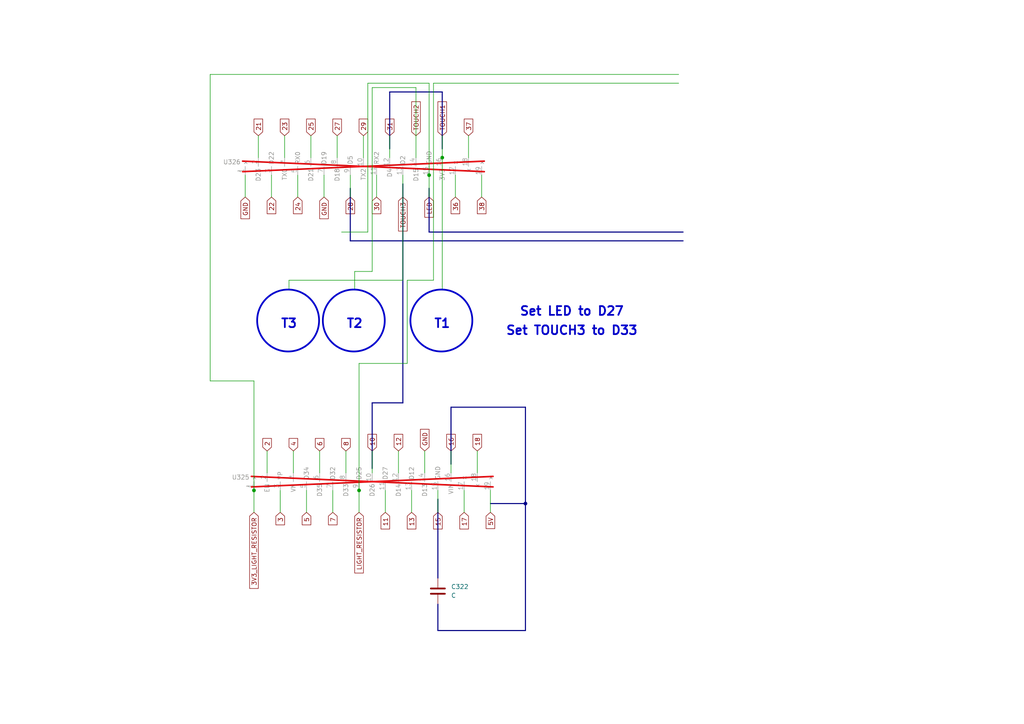
<source format=kicad_sch>
(kicad_sch (version 20250114) (generator "eeschema") (generator_version "9.0")
  (paper "A4")
  (lib_symbols
    (symbol "Device:C" (pin_numbers (hide yes)) (pin_names (offset 0.254))
      (property "Reference" "C" (at 0.635 2.54 0))
      (property "Value" "C" (at 0.635 -2.54 0))
      (symbol "C_0_1"
        (polyline (pts (xy -2.032 0.762) (xy 2.032 0.762)) (stroke (width 0.508)))
        (polyline (pts (xy -2.032 -0.762) (xy 2.032 -0.762)) (stroke (width 0.508)))
      )
      (symbol "C_1_1"
        (pin passive line (at 0 3.81 270) (length 2.794) (name "~") (number "1"))
        (pin passive line (at 0 -3.81 90) (length 2.794) (name "~") (number "2"))
      )
    )
    (symbol "esp_new_con:esp_new_con_lower"
      (property "Reference" "U" (at 39.624 0 0))
      (symbol "esp_new_con_lower_1_1"
        (pin free line (at -33.02 -2.54 90) (length 2.54) (name "x") (number "1"))
        (pin free line (at -29.21 2.54 270) (length 2.54) (name "EN") (number "2"))
        (pin free line (at -25.4 -2.54 90) (length 2.54) (name "VP") (number "3"))
        (pin free line (at -21.59 2.54 270) (length 2.54) (name "VN") (number "4"))
        (pin free line (at -17.78 -2.54 90) (length 2.54) (name "D34") (number "5"))
        (pin free line (at -13.97 2.54 270) (length 2.54) (name "D35") (number "6"))
        (pin free line (at -10.16 -2.54 90) (length 2.54) (name "D32") (number "7"))
        (pin free line (at -6.35 2.54 270) (length 2.54) (name "D33") (number "8"))
        (pin free line (at -2.54 -2.54 90) (length 2.54) (name "D25") (number "9"))
        (pin free line (at 1.27 2.54 270) (length 2.54) (name "D26") (number "10"))
        (pin free line (at 5.08 -2.54 90) (length 2.54) (name "D27") (number "11"))
        (pin free line (at 8.89 2.54 270) (length 2.54) (name "D14") (number "12"))
        (pin free line (at 12.7 -2.54 90) (length 2.54) (name "D12") (number "13"))
        (pin free line (at 16.51 2.54 270) (length 2.54) (name "D13") (number "14"))
        (pin free line (at 20.32 -2.54 90) (length 2.54) (name "GND") (number "15"))
        (pin free line (at 24.13 2.54 270) (length 2.54) (name "VIN") (number "16"))
        (pin free line (at 27.94 -2.54 90) (length 2.54) (name "x") (number "17"))
        (pin free line (at 31.75 2.54 270) (length 2.54) (name "x") (number "18"))
        (pin free line (at 35.56 -2.54 90) (length 2.54) (name "x") (number "19"))
      )
    )
    (symbol "esp_new_con:esp_new_con_upper"
      (property "Reference" "U" (at 39.116 0 0))
      (symbol "esp_new_con_upper_1_1"
        (pin free line (at -33.02 -2.54 90) (length 2.54) (name "x") (number "1"))
        (pin free line (at -29.21 2.54 270) (length 2.54) (name "D23") (number "2"))
        (pin free line (at -25.4 -2.54 90) (length 2.54) (name "D22") (number "3"))
        (pin free line (at -21.59 2.54 270) (length 2.54) (name "TX0") (number "4"))
        (pin free line (at -17.78 -2.54 90) (length 2.54) (name "RX0") (number "5"))
        (pin free line (at -13.97 2.54 270) (length 2.54) (name "D21") (number "6"))
        (pin free line (at -10.16 -2.54 90) (length 2.54) (name "D19") (number "7"))
        (pin free line (at -6.35 2.54 270) (length 2.54) (name "D18") (number "8"))
        (pin free line (at -2.54 -2.54 90) (length 2.54) (name "D5") (number "9"))
        (pin free line (at 1.27 2.54 270) (length 2.54) (name "TX2") (number "10"))
        (pin free line (at 5.08 -2.54 90) (length 2.54) (name "RX2") (number "11"))
        (pin free line (at 8.89 2.54 270) (length 2.54) (name "D4") (number "12"))
        (pin free line (at 12.7 -2.54 90) (length 2.54) (name "D2") (number "13"))
        (pin free line (at 16.51 2.54 270) (length 2.54) (name "D15") (number "14"))
        (pin free line (at 20.32 -2.54 90) (length 2.54) (name "GND") (number "15"))
        (pin free line (at 24.13 2.54 270) (length 2.54) (name "3V3") (number "16"))
        (pin free line (at 27.94 -2.54 90) (length 2.54) (name "x") (number "17"))
        (pin free line (at 31.75 2.54 270) (length 2.54) (name "x") (number "18"))
        (pin free line (at 35.56 -2.54 90) (length 2.54) (name "x") (number "19"))
      )
    )
  )
  (circle (center 83.566 92.964) (radius 8.9803) (stroke (width 0.508)))
  (circle (center 128.016 92.964) (radius 8.9803) (stroke (width 0.508)))
  (circle (center 102.616 92.964) (radius 8.9803) (stroke (width 0.508)))
  (text "T2" (at 102.87 93.98 0) (effects (font (size 2.54 2.54) (thickness 0.508) (bold yes))))
  (text "T1" (at 128.27 93.98 0) (effects (font (size 2.54 2.54) (thickness 0.508) (bold yes))))
  (text "Set LED to D27\n" (at 165.862 90.424 0) (effects (font (size 2.54 2.54) (thickness 0.508) (bold yes))))
  (text "T3" (at 83.82 93.98 0) (effects (font (size 2.54 2.54) (thickness 0.508) (bold yes))))
  (text "Set TOUCH3 to D33\n" (at 165.862 96.012 0) (effects (font (size 2.54 2.54) (thickness 0.508) (bold yes))))
  (junction (at 128.27 45.72))
  (junction (at 104.14 142.24))
  (junction (at 73.66 142.24))
  (junction (at 152.4 146.05))
  (junction (at 124.46 50.8))
  (wire (pts (xy 71.12 57.15) (xy 71.12 50.8)))
  (bus (pts (xy 116.84 116.84) (xy 107.95 116.84)))
  (wire (pts (xy 116.84 50.8) (xy 116.84 81.28)))
  (wire (pts (xy 116.84 81.28) (xy 83.82 81.28)))
  (wire (pts (xy 138.43 130.81) (xy 138.43 137.16)))
  (wire (pts (xy 93.98 57.15) (xy 93.98 50.8)))
  (wire (pts (xy 73.66 110.49) (xy 73.66 142.24)))
  (wire (pts (xy 128.27 45.72) (xy 128.27 83.82)))
  (bus (pts (xy 127 144.78) (xy 127 167.64)))
  (wire (pts (xy 120.65 25.4) (xy 120.65 45.72)))
  (wire (pts (xy 92.71 130.81) (xy 92.71 137.16)))
  (bus (pts (xy 152.4 146.05) (xy 152.4 182.88)))
  (wire (pts (xy 99.06 67.31) (xy 106.68 67.31)))
  (wire (pts (xy 78.74 57.15) (xy 78.74 50.8)))
  (wire (pts (xy 120.65 25.4) (xy 107.95 25.4)))
  (bus (pts (xy 152.4 118.11) (xy 130.81 118.11)))
  (wire (pts (xy 107.95 25.4) (xy 107.95 78.74)))
  (wire (pts (xy 123.19 130.81) (xy 123.19 137.16)))
  (wire (pts (xy 142.24 148.59) (xy 142.24 142.24)))
  (wire (pts (xy 107.95 78.74) (xy 102.87 78.74)))
  (wire (pts (xy 101.6 57.15) (xy 101.6 50.8)))
  (wire (pts (xy 104.14 142.24) (xy 104.14 148.59)))
  (wire (pts (xy 73.66 110.49) (xy 60.96 110.49)))
  (bus (pts (xy 128.27 26.67) (xy 128.27 43.18)))
  (bus (pts (xy 124.46 67.31) (xy 198.12 67.31)))
  (bus (pts (xy 107.95 116.84) (xy 107.95 135.89)))
  (wire (pts (xy 132.08 50.8) (xy 132.08 57.15)))
  (bus (pts (xy 152.4 118.11) (xy 152.4 146.05)))
  (wire (pts (xy 60.96 110.49) (xy 60.96 21.59)))
  (wire (pts (xy 73.66 142.24) (xy 73.66 148.59)))
  (bus (pts (xy 127 175.26) (xy 127 182.88)))
  (wire (pts (xy 135.89 39.37) (xy 135.89 45.72)))
  (wire (pts (xy 127 148.59) (xy 127 142.24)))
  (wire (pts (xy 113.03 39.37) (xy 113.03 45.72)))
  (wire (pts (xy 109.22 57.15) (xy 109.22 50.8)))
  (wire (pts (xy 85.09 130.81) (xy 85.09 137.16)))
  (wire (pts (xy 118.11 81.28) (xy 125.73 81.28)))
  (wire (pts (xy 124.46 50.8) (xy 124.46 57.15)))
  (bus (pts (xy 124.46 54.61) (xy 124.46 67.31)))
  (bus (pts (xy 113.03 26.67) (xy 128.27 26.67)))
  (wire (pts (xy 81.28 148.59) (xy 81.28 142.24)))
  (wire (pts (xy 124.46 24.13) (xy 124.46 50.8)))
  (wire (pts (xy 102.87 78.74) (xy 102.87 83.82)))
  (wire (pts (xy 90.17 39.37) (xy 90.17 45.72)))
  (wire (pts (xy 125.73 24.13) (xy 196.85 24.13)))
  (wire (pts (xy 77.47 130.81) (xy 77.47 137.16)))
  (wire (pts (xy 107.95 130.81) (xy 107.95 137.16)))
  (wire (pts (xy 100.33 130.81) (xy 100.33 137.16)))
  (wire (pts (xy 106.68 24.13) (xy 106.68 67.31)))
  (wire (pts (xy 128.27 39.37) (xy 128.27 45.72)))
  (wire (pts (xy 97.79 39.37) (xy 97.79 45.72)))
  (wire (pts (xy 74.93 39.37) (xy 74.93 45.72)))
  (wire (pts (xy 130.81 130.81) (xy 130.81 137.16)))
  (wire (pts (xy 104.14 105.41) (xy 118.11 105.41)))
  (wire (pts (xy 125.73 81.28) (xy 125.73 24.13)))
  (wire (pts (xy 119.38 148.59) (xy 119.38 142.24)))
  (bus (pts (xy 101.6 69.85) (xy 198.12 69.85)))
  (bus (pts (xy 113.03 43.18) (xy 113.03 26.67)))
  (wire (pts (xy 115.57 130.81) (xy 115.57 137.16)))
  (wire (pts (xy 82.55 39.37) (xy 82.55 45.72)))
  (wire (pts (xy 104.14 105.41) (xy 104.14 142.24)))
  (wire (pts (xy 105.41 39.37) (xy 105.41 45.72)))
  (wire (pts (xy 118.11 105.41) (xy 118.11 81.28)))
  (bus (pts (xy 130.81 118.11) (xy 130.81 134.62)))
  (wire (pts (xy 60.96 21.59) (xy 196.85 21.59)))
  (wire (pts (xy 124.46 24.13) (xy 106.68 24.13)))
  (wire (pts (xy 96.52 148.59) (xy 96.52 142.24)))
  (wire (pts (xy 88.9 148.59) (xy 88.9 142.24)))
  (wire (pts (xy 83.82 81.28) (xy 83.82 83.82)))
  (bus (pts (xy 127 182.88) (xy 152.4 182.88)))
  (bus (pts (xy 116.84 53.34) (xy 116.84 116.84)))
  (wire (pts (xy 111.76 148.59) (xy 111.76 142.24)))
  (wire (pts (xy 86.36 57.15) (xy 86.36 50.8)))
  (bus (pts (xy 142.24 146.05) (xy 152.4 146.05)))
  (bus (pts (xy 101.6 54.61) (xy 101.6 69.85)))
  (wire (pts (xy 139.7 50.8) (xy 139.7 57.15)))
  (wire (pts (xy 134.62 148.59) (xy 134.62 142.24)))
  (global_label "11" (shape input) (at 111.76 148.59 270) (property "Intersheetrefs" "${INTERSHEET_REFS}" (effects (hide yes))))
  (global_label "5" (shape input) (at 88.9 148.59 270) (property "Intersheetrefs" "${INTERSHEET_REFS}" (effects (hide yes))))
  (global_label "38" (shape input) (at 139.7 57.15 270) (property "Intersheetrefs" "${INTERSHEET_REFS}" (effects (hide yes))))
  (global_label "28" (shape input) (at 101.6 57.15 270) (property "Intersheetrefs" "${INTERSHEET_REFS}" (effects (hide yes))))
  (global_label "22" (shape input) (at 78.74 57.15 270) (property "Intersheetrefs" "${INTERSHEET_REFS}" (effects (hide yes))))
  (global_label "37" (shape input) (at 135.89 39.37 90) (property "Intersheetrefs" "${INTERSHEET_REFS}" (effects (hide yes))))
  (global_label "3" (shape input) (at 81.28 148.59 270) (property "Intersheetrefs" "${INTERSHEET_REFS}" (effects (hide yes))))
  (global_label "24" (shape input) (at 86.36 57.15 270) (property "Intersheetrefs" "${INTERSHEET_REFS}" (effects (hide yes))))
  (global_label "13" (shape input) (at 119.38 148.59 270) (property "Intersheetrefs" "${INTERSHEET_REFS}" (effects (hide yes))))
  (global_label "15" (shape input) (at 127 148.59 270) (property "Intersheetrefs" "${INTERSHEET_REFS}" (effects (hide yes))))
  (global_label "6" (shape input) (at 92.71 130.81 90) (property "Intersheetrefs" "${INTERSHEET_REFS}" (effects (hide yes))))
  (global_label "18" (shape input) (at 138.43 130.81 90) (property "Intersheetrefs" "${INTERSHEET_REFS}" (effects (hide yes))))
  (global_label "LED" (shape input) (at 124.46 57.15 270) (property "Intersheetrefs" "${INTERSHEET_REFS}" (effects (hide yes))))
  (global_label "8" (shape input) (at 100.33 130.81 90) (property "Intersheetrefs" "${INTERSHEET_REFS}" (effects (hide yes))))
  (global_label "LIGHT_RESISTOR" (shape input) (at 104.14 148.59 270) (property "Intersheetrefs" "${INTERSHEET_REFS}" (effects (hide yes))))
  (global_label "2" (shape input) (at 77.47 130.81 90) (property "Intersheetrefs" "${INTERSHEET_REFS}" (effects (hide yes))))
  (global_label "3V3_LIGHT_RESISTOR" (shape input) (at 73.66 148.59 270) (property "Intersheetrefs" "${INTERSHEET_REFS}" (effects (hide yes))))
  (global_label "36" (shape input) (at 132.08 57.15 270) (property "Intersheetrefs" "${INTERSHEET_REFS}" (effects (hide yes))))
  (global_label "10" (shape input) (at 107.95 130.81 90) (property "Intersheetrefs" "${INTERSHEET_REFS}" (effects (hide yes))))
  (global_label "TOUCH3" (shape input) (at 116.84 57.15 270) (property "Intersheetrefs" "${INTERSHEET_REFS}" (effects (hide yes))))
  (global_label "12" (shape input) (at 115.57 130.81 90) (property "Intersheetrefs" "${INTERSHEET_REFS}" (effects (hide yes))))
  (global_label "4" (shape input) (at 85.09 130.81 90) (property "Intersheetrefs" "${INTERSHEET_REFS}" (effects (hide yes))))
  (global_label "21" (shape input) (at 74.93 39.37 90) (property "Intersheetrefs" "${INTERSHEET_REFS}" (effects (hide yes))))
  (global_label "5V" (shape input) (at 142.24 148.59 270) (property "Intersheetrefs" "${INTERSHEET_REFS}" (effects (hide yes))))
  (global_label "23" (shape input) (at 82.55 39.37 90) (property "Intersheetrefs" "${INTERSHEET_REFS}" (effects (hide yes))))
  (global_label "GND" (shape input) (at 123.19 130.81 90) (property "Intersheetrefs" "${INTERSHEET_REFS}" (effects (hide yes))))
  (global_label "27" (shape input) (at 97.79 39.37 90) (property "Intersheetrefs" "${INTERSHEET_REFS}" (effects (hide yes))))
  (global_label "TOUCH2" (shape input) (at 120.65 39.37 90) (property "Intersheetrefs" "${INTERSHEET_REFS}" (effects (hide yes))))
  (global_label "GND" (shape input) (at 71.12 57.15 270) (property "Intersheetrefs" "${INTERSHEET_REFS}" (effects (hide yes))))
  (global_label "GND" (shape input) (at 93.98 57.15 270) (property "Intersheetrefs" "${INTERSHEET_REFS}" (effects (hide yes))))
  (global_label "7" (shape input) (at 96.52 148.59 270) (property "Intersheetrefs" "${INTERSHEET_REFS}" (effects (hide yes))))
  (global_label "31" (shape input) (at 113.03 39.37 90) (property "Intersheetrefs" "${INTERSHEET_REFS}" (effects (hide yes))))
  (global_label "TOUCH1" (shape input) (at 128.27 39.37 90) (property "Intersheetrefs" "${INTERSHEET_REFS}" (effects (hide yes))))
  (global_label "17" (shape input) (at 134.62 148.59 270) (property "Intersheetrefs" "${INTERSHEET_REFS}" (effects (hide yes))))
  (global_label "30" (shape input) (at 109.22 57.15 270) (property "Intersheetrefs" "${INTERSHEET_REFS}" (effects (hide yes))))
  (global_label "25" (shape input) (at 90.17 39.37 90) (property "Intersheetrefs" "${INTERSHEET_REFS}" (effects (hide yes))))
  (global_label "16" (shape input) (at 130.81 130.81 90) (property "Intersheetrefs" "${INTERSHEET_REFS}" (effects (hide yes))))
  (global_label "29" (shape input) (at 105.41 39.37 90) (property "Intersheetrefs" "${INTERSHEET_REFS}" (effects (hide yes))))
  (symbol (lib_id "esp_new_con:esp_new_con_upper") (at 104.14 48.26 0) (unit 1) (dnp yes)
    (property "Reference" "U326" (at 69.85 46.9899 0) (effects (justify right)))
    (property "Value" "~" (at 69.85 49.5299 0) (effects (justify right)))
  )
  (symbol (lib_id "esp_new_con:esp_new_con_lower") (at 106.68 139.7 0) (unit 1) (dnp yes)
    (property "Reference" "U325" (at 72.39 138.4299 0) (effects (justify right)))
    (property "Value" "~" (at 72.39 140.9699 0) (effects (justify right)))
  )
  (symbol (lib_id "Device:C") (at 127 171.45 0) (unit 1)
    (property "Reference" "C322" (at 130.81 170.1799 0) (effects (justify left)))
    (property "Value" "C" (at 130.81 172.7199 0) (effects (justify left)))
    (property "Description" "Unpolarized capacitor" (effects (hide yes)))
  )
)
</source>
